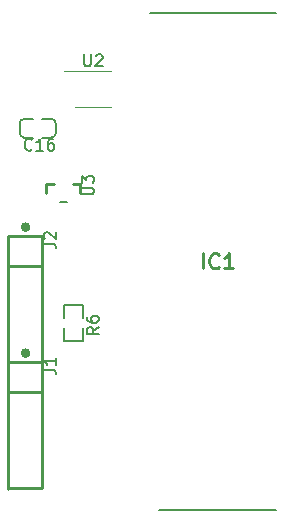
<source format=gbr>
%TF.GenerationSoftware,KiCad,Pcbnew,(5.1.8)-1*%
%TF.CreationDate,2021-05-23T21:47:53+08:00*%
%TF.ProjectId,only_ccd,6f6e6c79-5f63-4636-942e-6b696361645f,rev?*%
%TF.SameCoordinates,Original*%
%TF.FileFunction,Legend,Top*%
%TF.FilePolarity,Positive*%
%FSLAX46Y46*%
G04 Gerber Fmt 4.6, Leading zero omitted, Abs format (unit mm)*
G04 Created by KiCad (PCBNEW (5.1.8)-1) date 2021-05-23 21:47:53*
%MOMM*%
%LPD*%
G01*
G04 APERTURE LIST*
%ADD10C,0.254000*%
%ADD11C,0.400000*%
%ADD12C,0.200000*%
%ADD13C,0.120000*%
%ADD14C,0.150000*%
G04 APERTURE END LIST*
D10*
%TO.C,J2*%
X112138000Y-100965000D02*
X114938000Y-100965000D01*
X112064800Y-111633000D02*
X114864800Y-111633000D01*
X114938000Y-100965000D02*
X114938000Y-111633000D01*
X112064800Y-100965000D02*
X112064800Y-111683800D01*
X112138000Y-103505000D02*
X114938000Y-103505000D01*
D11*
X113738000Y-100195000D02*
G75*
G03*
X113738000Y-100195000I-200000J0D01*
G01*
D10*
%TO.C,U3*%
X117513000Y-96505000D02*
X118173000Y-96505000D01*
X117513000Y-96505000D02*
X118173000Y-96505000D01*
X117513000Y-96505000D02*
X118173000Y-96505000D01*
X118173000Y-96505000D02*
X118173000Y-97320000D01*
X115253000Y-96505000D02*
X115253000Y-97320000D01*
X115253000Y-96505000D02*
X115913000Y-96505000D01*
D12*
X116413000Y-98055000D02*
X117013000Y-98055000D01*
D13*
%TO.C,U2*%
X120753000Y-90019000D02*
X117753000Y-90019000D01*
X120753000Y-87019000D02*
X116753000Y-87019000D01*
D12*
%TO.C,R6*%
X118392000Y-107931000D02*
X118392000Y-106796000D01*
X118392000Y-109866000D02*
X118392000Y-108731000D01*
X116812000Y-107931000D02*
X116812000Y-106796000D01*
X118392000Y-109866000D02*
X116812000Y-109866000D01*
X118392000Y-106796000D02*
X116812000Y-106796000D01*
X116812000Y-109866000D02*
X116812000Y-108731000D01*
D10*
%TO.C,J1*%
X112138000Y-111633000D02*
X114938000Y-111633000D01*
X112064800Y-122301000D02*
X114864800Y-122301000D01*
X114938000Y-111633000D02*
X114938000Y-122301000D01*
X112064800Y-111633000D02*
X112064800Y-122351800D01*
X112138000Y-114173000D02*
X114938000Y-114173000D01*
D11*
X113738000Y-110863000D02*
G75*
G03*
X113738000Y-110863000I-200000J0D01*
G01*
D12*
%TO.C,IC1*%
X124819000Y-124174000D02*
X134769000Y-124174000D01*
X124104000Y-82074000D02*
X134769000Y-82074000D01*
%TO.C,C16*%
X113419000Y-92611000D02*
G75*
G02*
X113019000Y-92211000I0J400000D01*
G01*
X113019000Y-91431000D02*
G75*
G02*
X113419000Y-91031000I400000J0D01*
G01*
X115689000Y-91031000D02*
G75*
G02*
X116089000Y-91431000I0J-400000D01*
G01*
X116089000Y-92211000D02*
G75*
G02*
X115689000Y-92611000I-400000J0D01*
G01*
X115689000Y-91031000D02*
X114954000Y-91031000D01*
X114154000Y-91031000D02*
X113419000Y-91031000D01*
X114154000Y-92611000D02*
X113419000Y-92611000D01*
X116089000Y-91431000D02*
X116089000Y-92211000D01*
X113019000Y-91431000D02*
X113019000Y-92211000D01*
X115689000Y-92611000D02*
X114954000Y-92611000D01*
%TO.C,J2*%
D14*
X115066656Y-101604714D02*
X115780942Y-101604714D01*
X115923799Y-101652333D01*
X116019037Y-101747571D01*
X116066656Y-101890428D01*
X116066656Y-101985666D01*
X115161895Y-101176142D02*
X115114276Y-101128523D01*
X115066656Y-101033285D01*
X115066656Y-100795190D01*
X115114276Y-100699952D01*
X115161895Y-100652333D01*
X115257133Y-100604714D01*
X115352371Y-100604714D01*
X115495228Y-100652333D01*
X116066656Y-101223761D01*
X116066656Y-100604714D01*
%TO.C,U3*%
X118301656Y-97416685D02*
X119111180Y-97416685D01*
X119206418Y-97369066D01*
X119254037Y-97321447D01*
X119301656Y-97226209D01*
X119301656Y-97035733D01*
X119254037Y-96940495D01*
X119206418Y-96892876D01*
X119111180Y-96845257D01*
X118301656Y-96845257D01*
X118301656Y-96464304D02*
X118301656Y-95845257D01*
X118682609Y-96178590D01*
X118682609Y-96035733D01*
X118730228Y-95940495D01*
X118777847Y-95892876D01*
X118873085Y-95845257D01*
X119111180Y-95845257D01*
X119206418Y-95892876D01*
X119254037Y-95940495D01*
X119301656Y-96035733D01*
X119301656Y-96321447D01*
X119254037Y-96416685D01*
X119206418Y-96464304D01*
%TO.C,U2*%
X118491095Y-85571380D02*
X118491095Y-86380904D01*
X118538714Y-86476142D01*
X118586333Y-86523761D01*
X118681571Y-86571380D01*
X118872047Y-86571380D01*
X118967285Y-86523761D01*
X119014904Y-86476142D01*
X119062523Y-86380904D01*
X119062523Y-85571380D01*
X119491095Y-85666619D02*
X119538714Y-85619000D01*
X119633952Y-85571380D01*
X119872047Y-85571380D01*
X119967285Y-85619000D01*
X120014904Y-85666619D01*
X120062523Y-85761857D01*
X120062523Y-85857095D01*
X120014904Y-85999952D01*
X119443476Y-86571380D01*
X120062523Y-86571380D01*
%TO.C,R6*%
X119705380Y-108656285D02*
X119229190Y-108989619D01*
X119705380Y-109227714D02*
X118705380Y-109227714D01*
X118705380Y-108846761D01*
X118753000Y-108751523D01*
X118800619Y-108703904D01*
X118895857Y-108656285D01*
X119038714Y-108656285D01*
X119133952Y-108703904D01*
X119181571Y-108751523D01*
X119229190Y-108846761D01*
X119229190Y-109227714D01*
X118705380Y-107799142D02*
X118705380Y-107989619D01*
X118753000Y-108084857D01*
X118800619Y-108132476D01*
X118943476Y-108227714D01*
X119133952Y-108275333D01*
X119514904Y-108275333D01*
X119610142Y-108227714D01*
X119657761Y-108180095D01*
X119705380Y-108084857D01*
X119705380Y-107894380D01*
X119657761Y-107799142D01*
X119610142Y-107751523D01*
X119514904Y-107703904D01*
X119276809Y-107703904D01*
X119181571Y-107751523D01*
X119133952Y-107799142D01*
X119086333Y-107894380D01*
X119086333Y-108084857D01*
X119133952Y-108180095D01*
X119181571Y-108227714D01*
X119276809Y-108275333D01*
%TO.C,J1*%
X115066656Y-112272714D02*
X115780942Y-112272714D01*
X115923799Y-112320333D01*
X116019037Y-112415571D01*
X116066656Y-112558428D01*
X116066656Y-112653666D01*
X116066656Y-111272714D02*
X116066656Y-111844142D01*
X116066656Y-111558428D02*
X115066656Y-111558428D01*
X115209514Y-111653666D01*
X115304752Y-111748904D01*
X115352371Y-111844142D01*
%TO.C,IC1*%
D10*
X128554238Y-103698523D02*
X128554238Y-102428523D01*
X129884714Y-103577571D02*
X129824238Y-103638047D01*
X129642809Y-103698523D01*
X129521857Y-103698523D01*
X129340428Y-103638047D01*
X129219476Y-103517095D01*
X129159000Y-103396142D01*
X129098523Y-103154238D01*
X129098523Y-102972809D01*
X129159000Y-102730904D01*
X129219476Y-102609952D01*
X129340428Y-102489000D01*
X129521857Y-102428523D01*
X129642809Y-102428523D01*
X129824238Y-102489000D01*
X129884714Y-102549476D01*
X131094238Y-103698523D02*
X130368523Y-103698523D01*
X130731380Y-103698523D02*
X130731380Y-102428523D01*
X130610428Y-102609952D01*
X130489476Y-102730904D01*
X130368523Y-102791380D01*
%TO.C,C16*%
D14*
X114069761Y-93617418D02*
X114022142Y-93665037D01*
X113879285Y-93712656D01*
X113784047Y-93712656D01*
X113641190Y-93665037D01*
X113545952Y-93569799D01*
X113498333Y-93474561D01*
X113450714Y-93284085D01*
X113450714Y-93141228D01*
X113498333Y-92950752D01*
X113545952Y-92855514D01*
X113641190Y-92760276D01*
X113784047Y-92712656D01*
X113879285Y-92712656D01*
X114022142Y-92760276D01*
X114069761Y-92807895D01*
X115022142Y-93712656D02*
X114450714Y-93712656D01*
X114736428Y-93712656D02*
X114736428Y-92712656D01*
X114641190Y-92855514D01*
X114545952Y-92950752D01*
X114450714Y-92998371D01*
X115879285Y-92712656D02*
X115688809Y-92712656D01*
X115593571Y-92760276D01*
X115545952Y-92807895D01*
X115450714Y-92950752D01*
X115403095Y-93141228D01*
X115403095Y-93522180D01*
X115450714Y-93617418D01*
X115498333Y-93665037D01*
X115593571Y-93712656D01*
X115784047Y-93712656D01*
X115879285Y-93665037D01*
X115926904Y-93617418D01*
X115974523Y-93522180D01*
X115974523Y-93284085D01*
X115926904Y-93188847D01*
X115879285Y-93141228D01*
X115784047Y-93093609D01*
X115593571Y-93093609D01*
X115498333Y-93141228D01*
X115450714Y-93188847D01*
X115403095Y-93284085D01*
%TD*%
M02*

</source>
